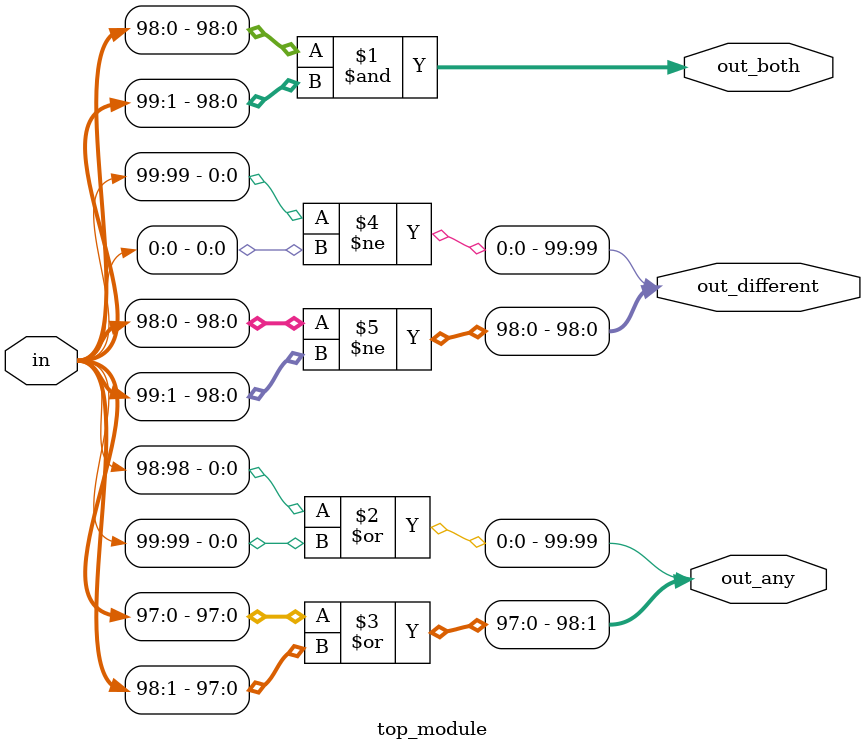
<source format=sv>
module top_module (
	input [99:0] in,
	output [98:0] out_both,
	output [99:1] out_any,
	output [99:0] out_different
);

	// Logic for out_both
	assign out_both[98:0] = in[98:0] & in[99:1];
	assign out_both[99] = 1'b0;

	// Logic for out_any
	assign out_any[99] = in[98] | in[99];
	assign out_any[98:1] = in[97:0] | in[98:1];

	// Logic for out_different
	assign out_different[99] = (in[99] != in[0]);
	assign out_different[98:0] = (in[98:0] != in[99:1]);

endmodule

</source>
